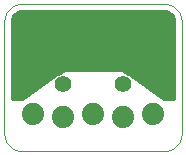
<source format=gbl>
G75*
%MOIN*%
%OFA0B0*%
%FSLAX24Y24*%
%IPPOS*%
%LPD*%
%AMOC8*
5,1,8,0,0,1.08239X$1,22.5*
%
%ADD10C,0.0000*%
%ADD11C,0.0551*%
%ADD12C,0.0740*%
%ADD13C,0.0157*%
%ADD14C,0.0277*%
D10*
X000679Y000733D02*
X000679Y004473D01*
X000678Y004473D02*
X000680Y004519D01*
X000685Y004565D01*
X000694Y004611D01*
X000707Y004656D01*
X000723Y004699D01*
X000742Y004741D01*
X000765Y004782D01*
X000791Y004820D01*
X000820Y004857D01*
X000851Y004891D01*
X000885Y004922D01*
X000922Y004951D01*
X000960Y004977D01*
X001001Y005000D01*
X001043Y005019D01*
X001086Y005035D01*
X001131Y005048D01*
X001177Y005057D01*
X001223Y005062D01*
X001269Y005064D01*
X005994Y005064D01*
X006040Y005062D01*
X006086Y005057D01*
X006132Y005048D01*
X006177Y005035D01*
X006220Y005019D01*
X006262Y005000D01*
X006303Y004977D01*
X006341Y004951D01*
X006378Y004922D01*
X006412Y004891D01*
X006443Y004857D01*
X006472Y004820D01*
X006498Y004782D01*
X006521Y004741D01*
X006540Y004699D01*
X006556Y004656D01*
X006569Y004611D01*
X006578Y004565D01*
X006583Y004519D01*
X006585Y004473D01*
X006584Y004473D02*
X006584Y000733D01*
X006585Y000733D02*
X006583Y000687D01*
X006578Y000641D01*
X006569Y000595D01*
X006556Y000550D01*
X006540Y000507D01*
X006521Y000465D01*
X006498Y000424D01*
X006472Y000386D01*
X006443Y000349D01*
X006412Y000315D01*
X006378Y000284D01*
X006341Y000255D01*
X006303Y000229D01*
X006262Y000206D01*
X006220Y000187D01*
X006177Y000171D01*
X006132Y000158D01*
X006086Y000149D01*
X006040Y000144D01*
X005994Y000142D01*
X005994Y000143D02*
X001269Y000143D01*
X001269Y000142D02*
X001223Y000144D01*
X001177Y000149D01*
X001131Y000158D01*
X001086Y000171D01*
X001043Y000187D01*
X001001Y000206D01*
X000960Y000229D01*
X000922Y000255D01*
X000885Y000284D01*
X000851Y000315D01*
X000820Y000349D01*
X000791Y000386D01*
X000765Y000424D01*
X000742Y000465D01*
X000723Y000507D01*
X000707Y000550D01*
X000694Y000595D01*
X000685Y000641D01*
X000680Y000687D01*
X000678Y000733D01*
D11*
X002631Y002387D03*
X004631Y002387D03*
D12*
X003631Y001374D03*
X004631Y001274D03*
X005631Y001374D03*
X002631Y001274D03*
X001631Y001374D03*
D13*
X001269Y001914D02*
X000954Y001908D01*
X000954Y004473D01*
X000960Y004535D01*
X001007Y004648D01*
X001094Y004735D01*
X001208Y004782D01*
X001269Y004788D01*
X005994Y004788D01*
X006055Y004782D01*
X006169Y004735D01*
X006256Y004648D01*
X006303Y004535D01*
X006309Y004473D01*
X006309Y001908D01*
X005994Y001914D01*
X004930Y002674D01*
X004866Y002738D01*
X004805Y002763D01*
X004616Y002898D01*
X002647Y002898D01*
X002458Y002763D01*
X002397Y002738D01*
X002333Y002674D01*
X001269Y001914D01*
X001409Y002014D02*
X000954Y002014D01*
X000954Y002170D02*
X001628Y002170D01*
X001846Y002326D02*
X000954Y002326D01*
X000954Y002482D02*
X002065Y002482D01*
X002283Y002638D02*
X000954Y002638D01*
X000954Y002794D02*
X002501Y002794D01*
X000954Y002950D02*
X006309Y002950D01*
X006309Y002794D02*
X004762Y002794D01*
X004980Y002638D02*
X006309Y002638D01*
X006309Y002482D02*
X005198Y002482D01*
X005417Y002326D02*
X006309Y002326D01*
X006309Y002170D02*
X005635Y002170D01*
X005854Y002014D02*
X006309Y002014D01*
X006309Y003106D02*
X000954Y003106D01*
X000954Y003262D02*
X006309Y003262D01*
X006309Y003418D02*
X000954Y003418D01*
X000954Y003574D02*
X006309Y003574D01*
X006309Y003730D02*
X000954Y003730D01*
X000954Y003886D02*
X006309Y003886D01*
X006309Y004042D02*
X000954Y004042D01*
X000954Y004198D02*
X006309Y004198D01*
X006309Y004354D02*
X000954Y004354D01*
X000958Y004510D02*
X006305Y004510D01*
X006238Y004666D02*
X001025Y004666D01*
D14*
X002647Y004670D03*
X003041Y004670D03*
X003238Y004276D03*
X003238Y003883D03*
X003238Y003489D03*
X003041Y003095D03*
X002647Y003095D03*
X004025Y003489D03*
X004025Y003883D03*
X004025Y004276D03*
X004222Y004670D03*
X004616Y004670D03*
X004616Y003095D03*
X004222Y003095D03*
M02*

</source>
